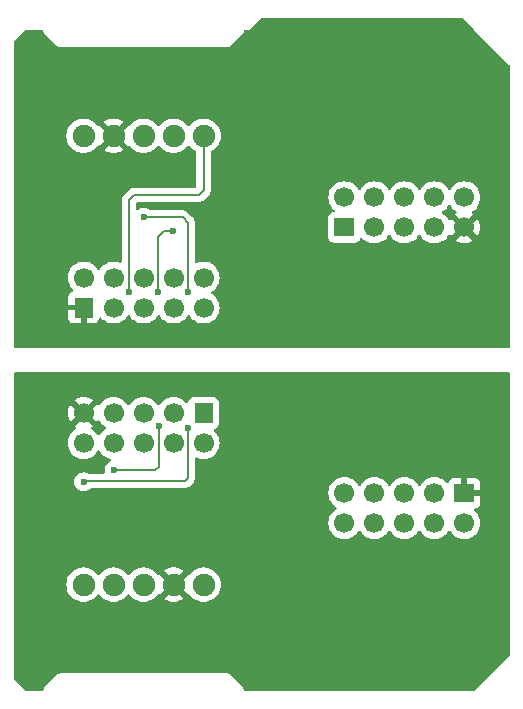
<source format=gbl>
G04 #@! TF.GenerationSoftware,KiCad,Pcbnew,8.0.7*
G04 #@! TF.CreationDate,2025-01-23T12:20:56+00:00*
G04 #@! TF.ProjectId,NB3_eye,4e42335f-6579-4652-9e6b-696361645f70,0.0.1*
G04 #@! TF.SameCoordinates,PX56c8cc0PY67f3540*
G04 #@! TF.FileFunction,Copper,L2,Bot*
G04 #@! TF.FilePolarity,Positive*
%FSLAX46Y46*%
G04 Gerber Fmt 4.6, Leading zero omitted, Abs format (unit mm)*
G04 Created by KiCad (PCBNEW 8.0.7) date 2025-01-23 12:20:56*
%MOMM*%
%LPD*%
G01*
G04 APERTURE LIST*
G04 #@! TA.AperFunction,ComponentPad*
%ADD10C,1.900000*%
G04 #@! TD*
G04 #@! TA.AperFunction,ComponentPad*
%ADD11R,1.574803X1.700000*%
G04 #@! TD*
G04 #@! TA.AperFunction,ComponentPad*
%ADD12C,1.700000*%
G04 #@! TD*
G04 #@! TA.AperFunction,ComponentPad*
%ADD13R,1.700000X1.574803*%
G04 #@! TD*
G04 #@! TA.AperFunction,ViaPad*
%ADD14C,0.600000*%
G04 #@! TD*
G04 #@! TA.AperFunction,Conductor*
%ADD15C,0.200000*%
G04 #@! TD*
G04 APERTURE END LIST*
D10*
X6919990Y-19000000D03*
X9459995Y-19000000D03*
X12000000Y-19000000D03*
X14540005Y-19000000D03*
X17080010Y-19000000D03*
X17080010Y19000000D03*
X14540005Y19000000D03*
X12000000Y19000000D03*
X9459995Y19000000D03*
X6919990Y19000000D03*
D11*
X6919990Y4459994D03*
D12*
X6919990Y7000000D03*
X9459995Y4459994D03*
X9459995Y7000000D03*
X12000000Y4459994D03*
X12000000Y7000000D03*
X14540005Y4459994D03*
X14540005Y7000000D03*
X17080010Y4459994D03*
X17080010Y7000000D03*
D13*
X29000000Y11250000D03*
D12*
X29000000Y13790006D03*
X31540005Y11250000D03*
X31540005Y13790006D03*
X34080010Y11250000D03*
X34080010Y13790006D03*
X36620015Y11250000D03*
X36620015Y13790006D03*
X39160020Y11250000D03*
X39160020Y13790006D03*
D11*
X17080010Y-4459994D03*
D12*
X17080010Y-7000000D03*
X14540005Y-4459994D03*
X14540005Y-7000000D03*
X12000000Y-4459994D03*
X12000000Y-7000000D03*
X9459995Y-4459994D03*
X9459995Y-7000000D03*
X6919990Y-4459994D03*
X6919990Y-7000000D03*
D13*
X39160020Y-11250000D03*
D12*
X39160020Y-13790006D03*
X36620015Y-11250000D03*
X36620015Y-13790006D03*
X34080010Y-11250000D03*
X34080010Y-13790006D03*
X31540005Y-11250000D03*
X31540005Y-13790006D03*
X29000000Y-11250000D03*
X29000000Y-13790006D03*
D14*
X13250000Y5750000D03*
X14500000Y10900000D03*
X15750000Y5750000D03*
X12000000Y12100000D03*
X10750000Y5750000D03*
X6919990Y-10300000D03*
X15750000Y-5750000D03*
X13300000Y-5600000D03*
X9500000Y-9300000D03*
D15*
X13250000Y5750000D02*
X13250000Y10450000D01*
X13700000Y10900000D02*
X14500000Y10900000D01*
X13250000Y10450000D02*
X13700000Y10900000D01*
X15750000Y11650000D02*
X15750000Y5750000D01*
X12000000Y12100000D02*
X15300000Y12100000D01*
X15300000Y12100000D02*
X15750000Y11650000D01*
X16700000Y14000000D02*
X17080010Y14380010D01*
X17080010Y14380010D02*
X17080010Y19000000D01*
X10750000Y13550000D02*
X11200000Y14000000D01*
X10750000Y5750000D02*
X10750000Y13550000D01*
X11200000Y14000000D02*
X16700000Y14000000D01*
X6919990Y-10300000D02*
X7019990Y-10200000D01*
X15550000Y-10200000D02*
X15750000Y-10000000D01*
X15750000Y-10000000D02*
X15750000Y-5750000D01*
X7019990Y-10200000D02*
X15550000Y-10200000D01*
X13300000Y-9000000D02*
X13300000Y-5600000D01*
X9500000Y-9300000D02*
X13000000Y-9300000D01*
X13000000Y-9300000D02*
X13300000Y-9000000D01*
G04 #@! TA.AperFunction,Conductor*
G36*
X8034915Y-5221365D02*
G01*
X8088113Y-5145394D01*
X8142690Y-5101770D01*
X8212189Y-5094578D01*
X8274543Y-5126101D01*
X8291262Y-5145396D01*
X8421495Y-5331389D01*
X8421500Y-5331395D01*
X8588594Y-5498489D01*
X8697747Y-5574919D01*
X8774157Y-5628422D01*
X8817782Y-5682999D01*
X8824975Y-5752497D01*
X8793453Y-5814852D01*
X8774157Y-5831572D01*
X8588592Y-5961505D01*
X8421500Y-6128597D01*
X8291567Y-6314162D01*
X8236990Y-6357787D01*
X8167492Y-6364980D01*
X8105137Y-6333458D01*
X8088417Y-6314162D01*
X7958484Y-6128597D01*
X7791392Y-5961506D01*
X7791385Y-5961501D01*
X7744026Y-5928340D01*
X7605391Y-5831266D01*
X7561766Y-5776689D01*
X7554573Y-5707191D01*
X7586095Y-5644836D01*
X7605390Y-5628117D01*
X7681361Y-5574919D01*
X7090234Y-4983792D01*
X7132287Y-4972524D01*
X7257706Y-4900114D01*
X7360110Y-4797710D01*
X7432520Y-4672291D01*
X7443788Y-4630238D01*
X8034915Y-5221365D01*
G37*
G04 #@! TD.AperFunction*
G04 #@! TA.AperFunction,Conductor*
G36*
X42943039Y-1019685D02*
G01*
X42988794Y-1072489D01*
X43000000Y-1124000D01*
X43000000Y-24948638D01*
X42980315Y-25015677D01*
X42963681Y-25036319D01*
X40036319Y-27963681D01*
X39974996Y-27997166D01*
X39948638Y-28000000D01*
X20613304Y-28000000D01*
X20546265Y-27980315D01*
X20500510Y-27927511D01*
X20493529Y-27908093D01*
X20466391Y-27806812D01*
X20457563Y-27791521D01*
X20400500Y-27692686D01*
X20307314Y-27599500D01*
X19307314Y-26599500D01*
X19250250Y-26566554D01*
X19193187Y-26533608D01*
X19129539Y-26516554D01*
X19065892Y-26499500D01*
X5065893Y-26499500D01*
X4934108Y-26499500D01*
X4806812Y-26533608D01*
X4692686Y-26599500D01*
X4692683Y-26599502D01*
X3599502Y-27692683D01*
X3599500Y-27692686D01*
X3533608Y-27806812D01*
X3506471Y-27908093D01*
X3470106Y-27967754D01*
X3407259Y-27998283D01*
X3386696Y-28000000D01*
X2051362Y-28000000D01*
X1984323Y-27980315D01*
X1963681Y-27963681D01*
X1036319Y-27036319D01*
X1002834Y-26974996D01*
X1000000Y-26948638D01*
X1000000Y-18999994D01*
X5464519Y-18999994D01*
X5464519Y-19000005D01*
X5484369Y-19239559D01*
X5543379Y-19472589D01*
X5639941Y-19692729D01*
X5753798Y-19866998D01*
X5771419Y-19893969D01*
X5934226Y-20070825D01*
X5934229Y-20070827D01*
X5934232Y-20070830D01*
X6123914Y-20218466D01*
X6123920Y-20218470D01*
X6123923Y-20218472D01*
X6335334Y-20332882D01*
X6335337Y-20332883D01*
X6562689Y-20410933D01*
X6562691Y-20410933D01*
X6562693Y-20410934D01*
X6799798Y-20450500D01*
X6799799Y-20450500D01*
X7040181Y-20450500D01*
X7040182Y-20450500D01*
X7277287Y-20410934D01*
X7504646Y-20332882D01*
X7716057Y-20218472D01*
X7716601Y-20218049D01*
X7779758Y-20168891D01*
X7905754Y-20070825D01*
X8068561Y-19893969D01*
X8086183Y-19866996D01*
X8139326Y-19821639D01*
X8208557Y-19812214D01*
X8271894Y-19841713D01*
X8293798Y-19866990D01*
X8311424Y-19893969D01*
X8474231Y-20070825D01*
X8474234Y-20070827D01*
X8474237Y-20070830D01*
X8663919Y-20218466D01*
X8663925Y-20218470D01*
X8663928Y-20218472D01*
X8875339Y-20332882D01*
X8875342Y-20332883D01*
X9102694Y-20410933D01*
X9102696Y-20410933D01*
X9102698Y-20410934D01*
X9339803Y-20450500D01*
X9339804Y-20450500D01*
X9580186Y-20450500D01*
X9580187Y-20450500D01*
X9817292Y-20410934D01*
X10044651Y-20332882D01*
X10256062Y-20218472D01*
X10256606Y-20218049D01*
X10319763Y-20168891D01*
X10445759Y-20070825D01*
X10608566Y-19893969D01*
X10626188Y-19866996D01*
X10679331Y-19821639D01*
X10748562Y-19812214D01*
X10811899Y-19841713D01*
X10833803Y-19866990D01*
X10851429Y-19893969D01*
X11014236Y-20070825D01*
X11014239Y-20070827D01*
X11014242Y-20070830D01*
X11203924Y-20218466D01*
X11203930Y-20218470D01*
X11203933Y-20218472D01*
X11415344Y-20332882D01*
X11415347Y-20332883D01*
X11642699Y-20410933D01*
X11642701Y-20410933D01*
X11642703Y-20410934D01*
X11879808Y-20450500D01*
X11879809Y-20450500D01*
X12120191Y-20450500D01*
X12120192Y-20450500D01*
X12357297Y-20410934D01*
X12584656Y-20332882D01*
X12796067Y-20218472D01*
X12796611Y-20218049D01*
X12859768Y-20168891D01*
X12985764Y-20070825D01*
X13148571Y-19893969D01*
X13166491Y-19866539D01*
X13219636Y-19821182D01*
X13288867Y-19811757D01*
X13331349Y-19831543D01*
X13352693Y-19833757D01*
X14016206Y-19170244D01*
X14027475Y-19212297D01*
X14099885Y-19337716D01*
X14202289Y-19440120D01*
X14327708Y-19512530D01*
X14369759Y-19523797D01*
X13705577Y-20187979D01*
X13744213Y-20218051D01*
X13955549Y-20332421D01*
X13955555Y-20332423D01*
X14182828Y-20410446D01*
X14419856Y-20450000D01*
X14660154Y-20450000D01*
X14897181Y-20410446D01*
X15124454Y-20332423D01*
X15124460Y-20332421D01*
X15335799Y-20218049D01*
X15335800Y-20218048D01*
X15374431Y-20187980D01*
X15374432Y-20187979D01*
X14710250Y-19523797D01*
X14752302Y-19512530D01*
X14877721Y-19440120D01*
X14980125Y-19337716D01*
X15052535Y-19212297D01*
X15063802Y-19170244D01*
X15727315Y-19833757D01*
X15746657Y-19831751D01*
X15759041Y-19821182D01*
X15828272Y-19811755D01*
X15891609Y-19841254D01*
X15913516Y-19866536D01*
X15931439Y-19893969D01*
X16094246Y-20070825D01*
X16094249Y-20070827D01*
X16094252Y-20070830D01*
X16283934Y-20218466D01*
X16283940Y-20218470D01*
X16283943Y-20218472D01*
X16495354Y-20332882D01*
X16495357Y-20332883D01*
X16722709Y-20410933D01*
X16722711Y-20410933D01*
X16722713Y-20410934D01*
X16959818Y-20450500D01*
X16959819Y-20450500D01*
X17200201Y-20450500D01*
X17200202Y-20450500D01*
X17437307Y-20410934D01*
X17664666Y-20332882D01*
X17876077Y-20218472D01*
X17876621Y-20218049D01*
X17939778Y-20168891D01*
X18065774Y-20070825D01*
X18228581Y-19893969D01*
X18360059Y-19692728D01*
X18456620Y-19472591D01*
X18515630Y-19239563D01*
X18535481Y-19000000D01*
X18515630Y-18760437D01*
X18456620Y-18527409D01*
X18360059Y-18307272D01*
X18228581Y-18106031D01*
X18065774Y-17929175D01*
X18065769Y-17929171D01*
X18065767Y-17929169D01*
X17876085Y-17781533D01*
X17876079Y-17781529D01*
X17664667Y-17667118D01*
X17664662Y-17667116D01*
X17437310Y-17589066D01*
X17259478Y-17559391D01*
X17200202Y-17549500D01*
X16959818Y-17549500D01*
X16912397Y-17557413D01*
X16722709Y-17589066D01*
X16495357Y-17667116D01*
X16495352Y-17667118D01*
X16283940Y-17781529D01*
X16283934Y-17781533D01*
X16094252Y-17929169D01*
X16094249Y-17929172D01*
X15931440Y-18106029D01*
X15931436Y-18106035D01*
X15913514Y-18133465D01*
X15860366Y-18178820D01*
X15791134Y-18188241D01*
X15748661Y-18168455D01*
X15727315Y-18166241D01*
X15063802Y-18829754D01*
X15052535Y-18787703D01*
X14980125Y-18662284D01*
X14877721Y-18559880D01*
X14752302Y-18487470D01*
X14710248Y-18476201D01*
X15374431Y-17812019D01*
X15374431Y-17812017D01*
X15335806Y-17781954D01*
X15335800Y-17781950D01*
X15124460Y-17667578D01*
X15124454Y-17667576D01*
X14897181Y-17589553D01*
X14660154Y-17550000D01*
X14419856Y-17550000D01*
X14182828Y-17589553D01*
X13955555Y-17667576D01*
X13955549Y-17667578D01*
X13744214Y-17781948D01*
X13705576Y-17812019D01*
X14369759Y-18476202D01*
X14327708Y-18487470D01*
X14202289Y-18559880D01*
X14099885Y-18662284D01*
X14027475Y-18787703D01*
X14016207Y-18829755D01*
X13352693Y-18166241D01*
X13333344Y-18168248D01*
X13320956Y-18178820D01*
X13251724Y-18188240D01*
X13188390Y-18158735D01*
X13166492Y-18133461D01*
X13166194Y-18133005D01*
X13148571Y-18106031D01*
X12985764Y-17929175D01*
X12985759Y-17929171D01*
X12985757Y-17929169D01*
X12796075Y-17781533D01*
X12796069Y-17781529D01*
X12584657Y-17667118D01*
X12584652Y-17667116D01*
X12357300Y-17589066D01*
X12179468Y-17559391D01*
X12120192Y-17549500D01*
X11879808Y-17549500D01*
X11832387Y-17557413D01*
X11642699Y-17589066D01*
X11415347Y-17667116D01*
X11415342Y-17667118D01*
X11203930Y-17781529D01*
X11203924Y-17781533D01*
X11014242Y-17929169D01*
X11014239Y-17929172D01*
X10851428Y-18106031D01*
X10833805Y-18133006D01*
X10780658Y-18178362D01*
X10711426Y-18187785D01*
X10648091Y-18158282D01*
X10626189Y-18133005D01*
X10608566Y-18106031D01*
X10445759Y-17929175D01*
X10445754Y-17929171D01*
X10445752Y-17929169D01*
X10256070Y-17781533D01*
X10256064Y-17781529D01*
X10044652Y-17667118D01*
X10044647Y-17667116D01*
X9817295Y-17589066D01*
X9639463Y-17559391D01*
X9580187Y-17549500D01*
X9339803Y-17549500D01*
X9292382Y-17557413D01*
X9102694Y-17589066D01*
X8875342Y-17667116D01*
X8875337Y-17667118D01*
X8663925Y-17781529D01*
X8663919Y-17781533D01*
X8474237Y-17929169D01*
X8474234Y-17929172D01*
X8311423Y-18106031D01*
X8293800Y-18133006D01*
X8240653Y-18178362D01*
X8171421Y-18187785D01*
X8108086Y-18158282D01*
X8086184Y-18133005D01*
X8068561Y-18106031D01*
X7905754Y-17929175D01*
X7905749Y-17929171D01*
X7905747Y-17929169D01*
X7716065Y-17781533D01*
X7716059Y-17781529D01*
X7504647Y-17667118D01*
X7504642Y-17667116D01*
X7277290Y-17589066D01*
X7099458Y-17559391D01*
X7040182Y-17549500D01*
X6799798Y-17549500D01*
X6752377Y-17557413D01*
X6562689Y-17589066D01*
X6335337Y-17667116D01*
X6335332Y-17667118D01*
X6123920Y-17781529D01*
X6123914Y-17781533D01*
X5934232Y-17929169D01*
X5934229Y-17929172D01*
X5771420Y-18106029D01*
X5771417Y-18106033D01*
X5639941Y-18307270D01*
X5543379Y-18527410D01*
X5484369Y-18760440D01*
X5464519Y-18999994D01*
X1000000Y-18999994D01*
X1000000Y-11249999D01*
X27644341Y-11249999D01*
X27644341Y-11250000D01*
X27664936Y-11485403D01*
X27664938Y-11485413D01*
X27726094Y-11713655D01*
X27726096Y-11713659D01*
X27726097Y-11713663D01*
X27820701Y-11916542D01*
X27825965Y-11927830D01*
X27825967Y-11927834D01*
X27831572Y-11935838D01*
X27961505Y-12121401D01*
X28128599Y-12288495D01*
X28249622Y-12373236D01*
X28314162Y-12418428D01*
X28357787Y-12473005D01*
X28364980Y-12542503D01*
X28333458Y-12604858D01*
X28314162Y-12621578D01*
X28128597Y-12751511D01*
X27961505Y-12918603D01*
X27825965Y-13112175D01*
X27825964Y-13112177D01*
X27726098Y-13326341D01*
X27726094Y-13326350D01*
X27664938Y-13554592D01*
X27664936Y-13554602D01*
X27644341Y-13790005D01*
X27644341Y-13790006D01*
X27664936Y-14025409D01*
X27664938Y-14025419D01*
X27726094Y-14253661D01*
X27726096Y-14253665D01*
X27726097Y-14253669D01*
X27820701Y-14456548D01*
X27825965Y-14467836D01*
X27825967Y-14467840D01*
X27831572Y-14475844D01*
X27961505Y-14661407D01*
X28128599Y-14828501D01*
X28225384Y-14896271D01*
X28322165Y-14964038D01*
X28322167Y-14964039D01*
X28322170Y-14964041D01*
X28536337Y-15063909D01*
X28764592Y-15125069D01*
X28952918Y-15141545D01*
X28999999Y-15145665D01*
X29000000Y-15145665D01*
X29000001Y-15145665D01*
X29039234Y-15142232D01*
X29235408Y-15125069D01*
X29463663Y-15063909D01*
X29677830Y-14964041D01*
X29871401Y-14828501D01*
X30038495Y-14661407D01*
X30168428Y-14475842D01*
X30223004Y-14432219D01*
X30292502Y-14425025D01*
X30354857Y-14456548D01*
X30371577Y-14475844D01*
X30501510Y-14661407D01*
X30668604Y-14828501D01*
X30765389Y-14896271D01*
X30862170Y-14964038D01*
X30862172Y-14964039D01*
X30862175Y-14964041D01*
X31076342Y-15063909D01*
X31304597Y-15125069D01*
X31492923Y-15141545D01*
X31540004Y-15145665D01*
X31540005Y-15145665D01*
X31540006Y-15145665D01*
X31579239Y-15142232D01*
X31775413Y-15125069D01*
X32003668Y-15063909D01*
X32217835Y-14964041D01*
X32411406Y-14828501D01*
X32578500Y-14661407D01*
X32708433Y-14475842D01*
X32763009Y-14432219D01*
X32832507Y-14425025D01*
X32894862Y-14456548D01*
X32911582Y-14475844D01*
X33041515Y-14661407D01*
X33208609Y-14828501D01*
X33305394Y-14896271D01*
X33402175Y-14964038D01*
X33402177Y-14964039D01*
X33402180Y-14964041D01*
X33616347Y-15063909D01*
X33844602Y-15125069D01*
X34032928Y-15141545D01*
X34080009Y-15145665D01*
X34080010Y-15145665D01*
X34080011Y-15145665D01*
X34119244Y-15142232D01*
X34315418Y-15125069D01*
X34543673Y-15063909D01*
X34757840Y-14964041D01*
X34951411Y-14828501D01*
X35118505Y-14661407D01*
X35248438Y-14475842D01*
X35303014Y-14432219D01*
X35372512Y-14425025D01*
X35434867Y-14456548D01*
X35451587Y-14475844D01*
X35581520Y-14661407D01*
X35748614Y-14828501D01*
X35845399Y-14896271D01*
X35942180Y-14964038D01*
X35942182Y-14964039D01*
X35942185Y-14964041D01*
X36156352Y-15063909D01*
X36384607Y-15125069D01*
X36572933Y-15141545D01*
X36620014Y-15145665D01*
X36620015Y-15145665D01*
X36620016Y-15145665D01*
X36659249Y-15142232D01*
X36855423Y-15125069D01*
X37083678Y-15063909D01*
X37297845Y-14964041D01*
X37491416Y-14828501D01*
X37658510Y-14661407D01*
X37788443Y-14475842D01*
X37843019Y-14432219D01*
X37912517Y-14425025D01*
X37974872Y-14456548D01*
X37991592Y-14475844D01*
X38121525Y-14661407D01*
X38288619Y-14828501D01*
X38385404Y-14896271D01*
X38482185Y-14964038D01*
X38482187Y-14964039D01*
X38482190Y-14964041D01*
X38696357Y-15063909D01*
X38924612Y-15125069D01*
X39112938Y-15141545D01*
X39160019Y-15145665D01*
X39160020Y-15145665D01*
X39160021Y-15145665D01*
X39199254Y-15142232D01*
X39395428Y-15125069D01*
X39623683Y-15063909D01*
X39837850Y-14964041D01*
X40031421Y-14828501D01*
X40198515Y-14661407D01*
X40334055Y-14467836D01*
X40433923Y-14253669D01*
X40495083Y-14025414D01*
X40515679Y-13790006D01*
X40495083Y-13554598D01*
X40433923Y-13326343D01*
X40334055Y-13112177D01*
X40198515Y-12918605D01*
X40198514Y-12918603D01*
X40031417Y-12751507D01*
X40031268Y-12751382D01*
X40031220Y-12751310D01*
X40027593Y-12747683D01*
X40028322Y-12746953D01*
X39992573Y-12693206D01*
X39991474Y-12623345D01*
X40028319Y-12563980D01*
X40091410Y-12533958D01*
X40097732Y-12533113D01*
X40117400Y-12530998D01*
X40252106Y-12480756D01*
X40252113Y-12480752D01*
X40367207Y-12394592D01*
X40367210Y-12394589D01*
X40453370Y-12279495D01*
X40453374Y-12279488D01*
X40503616Y-12144781D01*
X40503618Y-12144774D01*
X40510019Y-12085246D01*
X40510020Y-12085229D01*
X40510020Y-11500000D01*
X39650782Y-11500000D01*
X39672550Y-11462297D01*
X39710033Y-11322411D01*
X39710033Y-11177589D01*
X39672550Y-11037703D01*
X39650782Y-11000000D01*
X40510020Y-11000000D01*
X40510020Y-10414770D01*
X40510019Y-10414753D01*
X40503618Y-10355225D01*
X40503616Y-10355218D01*
X40453374Y-10220511D01*
X40453370Y-10220504D01*
X40367210Y-10105410D01*
X40367207Y-10105407D01*
X40252113Y-10019247D01*
X40252106Y-10019243D01*
X40117399Y-9969001D01*
X40117392Y-9968999D01*
X40057864Y-9962598D01*
X39410020Y-9962598D01*
X39410020Y-10759237D01*
X39372317Y-10737470D01*
X39232431Y-10699987D01*
X39087609Y-10699987D01*
X38947723Y-10737470D01*
X38910020Y-10759237D01*
X38910020Y-9962598D01*
X38262175Y-9962598D01*
X38202647Y-9968999D01*
X38202640Y-9969001D01*
X38067933Y-10019243D01*
X38067926Y-10019247D01*
X37952832Y-10105407D01*
X37952829Y-10105410D01*
X37866669Y-10220504D01*
X37866663Y-10220515D01*
X37834600Y-10306479D01*
X37792729Y-10362413D01*
X37727264Y-10386829D01*
X37658991Y-10371977D01*
X37630738Y-10350827D01*
X37579907Y-10299996D01*
X37491416Y-10211505D01*
X37491412Y-10211502D01*
X37491411Y-10211501D01*
X37297849Y-10075967D01*
X37297845Y-10075965D01*
X37176213Y-10019247D01*
X37083678Y-9976097D01*
X37083674Y-9976096D01*
X37083670Y-9976094D01*
X36855428Y-9914938D01*
X36855418Y-9914936D01*
X36620016Y-9894341D01*
X36620014Y-9894341D01*
X36384611Y-9914936D01*
X36384601Y-9914938D01*
X36156359Y-9976094D01*
X36156350Y-9976098D01*
X35942186Y-10075964D01*
X35942184Y-10075965D01*
X35748612Y-10211505D01*
X35581520Y-10378597D01*
X35451587Y-10564162D01*
X35397010Y-10607787D01*
X35327512Y-10614980D01*
X35265157Y-10583458D01*
X35248437Y-10564162D01*
X35118504Y-10378597D01*
X34951412Y-10211506D01*
X34951405Y-10211501D01*
X34757844Y-10075967D01*
X34757840Y-10075965D01*
X34636208Y-10019247D01*
X34543673Y-9976097D01*
X34543669Y-9976096D01*
X34543665Y-9976094D01*
X34315423Y-9914938D01*
X34315413Y-9914936D01*
X34080011Y-9894341D01*
X34080009Y-9894341D01*
X33844606Y-9914936D01*
X33844596Y-9914938D01*
X33616354Y-9976094D01*
X33616345Y-9976098D01*
X33402181Y-10075964D01*
X33402179Y-10075965D01*
X33208607Y-10211505D01*
X33041515Y-10378597D01*
X32911582Y-10564162D01*
X32857005Y-10607787D01*
X32787507Y-10614980D01*
X32725152Y-10583458D01*
X32708432Y-10564162D01*
X32578499Y-10378597D01*
X32411407Y-10211506D01*
X32411400Y-10211501D01*
X32217839Y-10075967D01*
X32217835Y-10075965D01*
X32096203Y-10019247D01*
X32003668Y-9976097D01*
X32003664Y-9976096D01*
X32003660Y-9976094D01*
X31775418Y-9914938D01*
X31775408Y-9914936D01*
X31540006Y-9894341D01*
X31540004Y-9894341D01*
X31304601Y-9914936D01*
X31304591Y-9914938D01*
X31076349Y-9976094D01*
X31076340Y-9976098D01*
X30862176Y-10075964D01*
X30862174Y-10075965D01*
X30668602Y-10211505D01*
X30501510Y-10378597D01*
X30371577Y-10564162D01*
X30317000Y-10607787D01*
X30247502Y-10614980D01*
X30185147Y-10583458D01*
X30168427Y-10564162D01*
X30038494Y-10378597D01*
X29871402Y-10211506D01*
X29871395Y-10211501D01*
X29677834Y-10075967D01*
X29677830Y-10075965D01*
X29556198Y-10019247D01*
X29463663Y-9976097D01*
X29463659Y-9976096D01*
X29463655Y-9976094D01*
X29235413Y-9914938D01*
X29235403Y-9914936D01*
X29000001Y-9894341D01*
X28999999Y-9894341D01*
X28764596Y-9914936D01*
X28764586Y-9914938D01*
X28536344Y-9976094D01*
X28536335Y-9976098D01*
X28322171Y-10075964D01*
X28322169Y-10075965D01*
X28128597Y-10211505D01*
X27961505Y-10378597D01*
X27825965Y-10572169D01*
X27825964Y-10572171D01*
X27726098Y-10786335D01*
X27726094Y-10786344D01*
X27664938Y-11014586D01*
X27664936Y-11014596D01*
X27644341Y-11249999D01*
X1000000Y-11249999D01*
X1000000Y-6999999D01*
X5564331Y-6999999D01*
X5564331Y-7000000D01*
X5584926Y-7235403D01*
X5584928Y-7235413D01*
X5646084Y-7463655D01*
X5646086Y-7463659D01*
X5646087Y-7463663D01*
X5740691Y-7666542D01*
X5745955Y-7677830D01*
X5745957Y-7677834D01*
X5751562Y-7685838D01*
X5881495Y-7871401D01*
X6048589Y-8038495D01*
X6145374Y-8106265D01*
X6242155Y-8174032D01*
X6242157Y-8174033D01*
X6242160Y-8174035D01*
X6456327Y-8273903D01*
X6456333Y-8273904D01*
X6456334Y-8273905D01*
X6469893Y-8277538D01*
X6684582Y-8335063D01*
X6872908Y-8351539D01*
X6919989Y-8355659D01*
X6919990Y-8355659D01*
X6919991Y-8355659D01*
X6959224Y-8352226D01*
X7155398Y-8335063D01*
X7383653Y-8273903D01*
X7597820Y-8174035D01*
X7791391Y-8038495D01*
X7958485Y-7871401D01*
X8088418Y-7685836D01*
X8142994Y-7642213D01*
X8212492Y-7635019D01*
X8274847Y-7666542D01*
X8291567Y-7685838D01*
X8421500Y-7871401D01*
X8588594Y-8038495D01*
X8685379Y-8106265D01*
X8782160Y-8174032D01*
X8782162Y-8174033D01*
X8782165Y-8174035D01*
X8996332Y-8273903D01*
X8996338Y-8273904D01*
X8996339Y-8273905D01*
X9009898Y-8277538D01*
X9181370Y-8323483D01*
X9241030Y-8359848D01*
X9271560Y-8422694D01*
X9263266Y-8492070D01*
X9218781Y-8545948D01*
X9190233Y-8560299D01*
X9150479Y-8574209D01*
X8997737Y-8670184D01*
X8870184Y-8797737D01*
X8774211Y-8950476D01*
X8714631Y-9120745D01*
X8714630Y-9120750D01*
X8694435Y-9299996D01*
X8694435Y-9300003D01*
X8712644Y-9461617D01*
X8700589Y-9530439D01*
X8653240Y-9581818D01*
X8589424Y-9599500D01*
X7345484Y-9599500D01*
X7279513Y-9580494D01*
X7269515Y-9574212D01*
X7099244Y-9514631D01*
X7099239Y-9514630D01*
X6919994Y-9494435D01*
X6919986Y-9494435D01*
X6740740Y-9514630D01*
X6740735Y-9514631D01*
X6570466Y-9574211D01*
X6417727Y-9670184D01*
X6290174Y-9797737D01*
X6194201Y-9950476D01*
X6134621Y-10120745D01*
X6134620Y-10120750D01*
X6114425Y-10299996D01*
X6114425Y-10300003D01*
X6134620Y-10479249D01*
X6134621Y-10479254D01*
X6194201Y-10649523D01*
X6280166Y-10786335D01*
X6290174Y-10802262D01*
X6417728Y-10929816D01*
X6508070Y-10986582D01*
X6552638Y-11014586D01*
X6570468Y-11025789D01*
X6740735Y-11085368D01*
X6740740Y-11085369D01*
X6919986Y-11105565D01*
X6919990Y-11105565D01*
X6919994Y-11105565D01*
X7099239Y-11085369D01*
X7099242Y-11085368D01*
X7099245Y-11085368D01*
X7269512Y-11025789D01*
X7422252Y-10929816D01*
X7515250Y-10836818D01*
X7576574Y-10803334D01*
X7602931Y-10800500D01*
X15463331Y-10800500D01*
X15463347Y-10800501D01*
X15470943Y-10800501D01*
X15629054Y-10800501D01*
X15629057Y-10800501D01*
X15781785Y-10759577D01*
X15831904Y-10730639D01*
X15918716Y-10680520D01*
X16030520Y-10568716D01*
X16030520Y-10568714D01*
X16230520Y-10368716D01*
X16309577Y-10231784D01*
X16350501Y-10079057D01*
X16350501Y-9920942D01*
X16350501Y-9913347D01*
X16350500Y-9913329D01*
X16350500Y-8344577D01*
X16370185Y-8277538D01*
X16422989Y-8231783D01*
X16492147Y-8221839D01*
X16526902Y-8232194D01*
X16616347Y-8273903D01*
X16616352Y-8273904D01*
X16616354Y-8273905D01*
X16629913Y-8277538D01*
X16844602Y-8335063D01*
X17032928Y-8351539D01*
X17080009Y-8355659D01*
X17080010Y-8355659D01*
X17080011Y-8355659D01*
X17119244Y-8352226D01*
X17315418Y-8335063D01*
X17543673Y-8273903D01*
X17757840Y-8174035D01*
X17951411Y-8038495D01*
X18118505Y-7871401D01*
X18254045Y-7677830D01*
X18353913Y-7463663D01*
X18415073Y-7235408D01*
X18435669Y-7000000D01*
X18415073Y-6764592D01*
X18353913Y-6536337D01*
X18254045Y-6322171D01*
X18118505Y-6128599D01*
X18118504Y-6128597D01*
X17979570Y-5989663D01*
X17946085Y-5928340D01*
X17951069Y-5858648D01*
X17992941Y-5802715D01*
X18023917Y-5785800D01*
X18109743Y-5753790D01*
X18224958Y-5667540D01*
X18311208Y-5552325D01*
X18361503Y-5417477D01*
X18367912Y-5357867D01*
X18367911Y-3562122D01*
X18361503Y-3502511D01*
X18311208Y-3367663D01*
X18311207Y-3367662D01*
X18311205Y-3367658D01*
X18224959Y-3252449D01*
X18224956Y-3252446D01*
X18109747Y-3166200D01*
X18109740Y-3166196D01*
X17974894Y-3115902D01*
X17974895Y-3115902D01*
X17915295Y-3109495D01*
X17915293Y-3109494D01*
X17915285Y-3109494D01*
X17915276Y-3109494D01*
X16244737Y-3109494D01*
X16244731Y-3109495D01*
X16185124Y-3115902D01*
X16050279Y-3166196D01*
X16050272Y-3166200D01*
X15935063Y-3252446D01*
X15935060Y-3252449D01*
X15848814Y-3367658D01*
X15848810Y-3367665D01*
X15798516Y-3502510D01*
X15796448Y-3521751D01*
X15769709Y-3586301D01*
X15712316Y-3626148D01*
X15642490Y-3628641D01*
X15582402Y-3592987D01*
X15578647Y-3588739D01*
X15411407Y-3421500D01*
X15411400Y-3421495D01*
X15217839Y-3285961D01*
X15217835Y-3285959D01*
X15217833Y-3285958D01*
X15003668Y-3186091D01*
X15003664Y-3186090D01*
X15003660Y-3186088D01*
X14775418Y-3124932D01*
X14775408Y-3124930D01*
X14540006Y-3104335D01*
X14540004Y-3104335D01*
X14304601Y-3124930D01*
X14304591Y-3124932D01*
X14076349Y-3186088D01*
X14076340Y-3186092D01*
X13862176Y-3285958D01*
X13862174Y-3285959D01*
X13668602Y-3421499D01*
X13501510Y-3588591D01*
X13371577Y-3774156D01*
X13317000Y-3817781D01*
X13247502Y-3824974D01*
X13185147Y-3793452D01*
X13168427Y-3774156D01*
X13038494Y-3588591D01*
X12871402Y-3421500D01*
X12871395Y-3421495D01*
X12677834Y-3285961D01*
X12677830Y-3285959D01*
X12677828Y-3285958D01*
X12463663Y-3186091D01*
X12463659Y-3186090D01*
X12463655Y-3186088D01*
X12235413Y-3124932D01*
X12235403Y-3124930D01*
X12000001Y-3104335D01*
X11999999Y-3104335D01*
X11764596Y-3124930D01*
X11764586Y-3124932D01*
X11536344Y-3186088D01*
X11536335Y-3186092D01*
X11322171Y-3285958D01*
X11322169Y-3285959D01*
X11128597Y-3421499D01*
X10961505Y-3588591D01*
X10831572Y-3774156D01*
X10776995Y-3817781D01*
X10707497Y-3824974D01*
X10645142Y-3793452D01*
X10628422Y-3774156D01*
X10498489Y-3588591D01*
X10331397Y-3421500D01*
X10331390Y-3421495D01*
X10137829Y-3285961D01*
X10137825Y-3285959D01*
X10137823Y-3285958D01*
X9923658Y-3186091D01*
X9923654Y-3186090D01*
X9923650Y-3186088D01*
X9695408Y-3124932D01*
X9695398Y-3124930D01*
X9459996Y-3104335D01*
X9459994Y-3104335D01*
X9224591Y-3124930D01*
X9224581Y-3124932D01*
X8996339Y-3186088D01*
X8996330Y-3186092D01*
X8782166Y-3285958D01*
X8782164Y-3285959D01*
X8588592Y-3421499D01*
X8421500Y-3588591D01*
X8291262Y-3774592D01*
X8236685Y-3818217D01*
X8167187Y-3825411D01*
X8104832Y-3793888D01*
X8088112Y-3774593D01*
X8034915Y-3698620D01*
X7443787Y-4289748D01*
X7432520Y-4247697D01*
X7360110Y-4122278D01*
X7257706Y-4019874D01*
X7132287Y-3947464D01*
X7090234Y-3936195D01*
X7681362Y-3345067D01*
X7597566Y-3286392D01*
X7383482Y-3186564D01*
X7383473Y-3186560D01*
X7155316Y-3125426D01*
X7155305Y-3125424D01*
X6919992Y-3104837D01*
X6919988Y-3104837D01*
X6684674Y-3125424D01*
X6684663Y-3125426D01*
X6456506Y-3186560D01*
X6456497Y-3186564D01*
X6242413Y-3286393D01*
X6242411Y-3286394D01*
X6158617Y-3345067D01*
X6158616Y-3345067D01*
X6749745Y-3936195D01*
X6707693Y-3947464D01*
X6582274Y-4019874D01*
X6479870Y-4122278D01*
X6407460Y-4247697D01*
X6396192Y-4289749D01*
X5805063Y-3698620D01*
X5805063Y-3698621D01*
X5746390Y-3782415D01*
X5746389Y-3782417D01*
X5646560Y-3996501D01*
X5646556Y-3996510D01*
X5585422Y-4224667D01*
X5585420Y-4224678D01*
X5564833Y-4459992D01*
X5564833Y-4459995D01*
X5585420Y-4695309D01*
X5585422Y-4695320D01*
X5646556Y-4923477D01*
X5646560Y-4923486D01*
X5746388Y-5137570D01*
X5805063Y-5221366D01*
X6396191Y-4630238D01*
X6407460Y-4672291D01*
X6479870Y-4797710D01*
X6582274Y-4900114D01*
X6707693Y-4972524D01*
X6749745Y-4983792D01*
X6158617Y-5574919D01*
X6234589Y-5628116D01*
X6278214Y-5682693D01*
X6285406Y-5752192D01*
X6253884Y-5814546D01*
X6234589Y-5831266D01*
X6048584Y-5961508D01*
X5881495Y-6128597D01*
X5745955Y-6322169D01*
X5745954Y-6322171D01*
X5646088Y-6536335D01*
X5646084Y-6536344D01*
X5584928Y-6764586D01*
X5584926Y-6764596D01*
X5564331Y-6999999D01*
X1000000Y-6999999D01*
X1000000Y-1124000D01*
X1019685Y-1056961D01*
X1072489Y-1011206D01*
X1124000Y-1000000D01*
X42876000Y-1000000D01*
X42943039Y-1019685D01*
G37*
G04 #@! TD.AperFunction*
G04 #@! TA.AperFunction,Conductor*
G36*
X37974872Y13123464D02*
G01*
X37991592Y13104168D01*
X38121525Y12918605D01*
X38288619Y12751511D01*
X38419914Y12659577D01*
X38474619Y12621272D01*
X38518244Y12566695D01*
X38525436Y12497196D01*
X38493914Y12434842D01*
X38474618Y12418122D01*
X38398647Y12364928D01*
X38398646Y12364927D01*
X38989775Y11773799D01*
X38947723Y11762530D01*
X38822304Y11690120D01*
X38719900Y11587716D01*
X38647490Y11462297D01*
X38636222Y11420245D01*
X38045093Y12011374D01*
X38045092Y12011373D01*
X37991898Y11935402D01*
X37937321Y11891777D01*
X37867823Y11884583D01*
X37805468Y11916106D01*
X37788748Y11935402D01*
X37658509Y12121403D01*
X37491417Y12288494D01*
X37491410Y12288499D01*
X37305853Y12418428D01*
X37262228Y12473005D01*
X37255035Y12542503D01*
X37286557Y12604858D01*
X37305853Y12621578D01*
X37360121Y12659577D01*
X37491416Y12751511D01*
X37658510Y12918605D01*
X37788443Y13104170D01*
X37843019Y13147793D01*
X37912517Y13154987D01*
X37974872Y13123464D01*
G37*
G04 #@! TD.AperFunction*
G04 #@! TA.AperFunction,Conductor*
G36*
X3453735Y27980315D02*
G01*
X3499490Y27927511D01*
X3506471Y27908093D01*
X3533608Y27806813D01*
X3566554Y27749750D01*
X3599500Y27692686D01*
X4599500Y26692686D01*
X4692686Y26599500D01*
X4806814Y26533608D01*
X4934108Y26499500D01*
X4934110Y26499500D01*
X19065890Y26499500D01*
X19065892Y26499500D01*
X19193186Y26533608D01*
X19307314Y26599500D01*
X20400500Y27692686D01*
X20466392Y27806814D01*
X20493529Y27908095D01*
X20529894Y27967754D01*
X20592741Y27998283D01*
X20613304Y28000000D01*
X21000000Y28000000D01*
X40000000Y28000000D01*
X42963681Y25036319D01*
X42997166Y24974996D01*
X43000000Y24948638D01*
X43000000Y1124000D01*
X42980315Y1056961D01*
X42927511Y1011206D01*
X42876000Y1000000D01*
X1124000Y1000000D01*
X1056961Y1019685D01*
X1011206Y1072489D01*
X1000000Y1124000D01*
X1000000Y19000006D01*
X5464519Y19000006D01*
X5464519Y18999995D01*
X5484369Y18760441D01*
X5543379Y18527411D01*
X5639941Y18307271D01*
X5753798Y18133002D01*
X5771419Y18106031D01*
X5934226Y17929175D01*
X5934229Y17929173D01*
X5934232Y17929170D01*
X6123914Y17781534D01*
X6123920Y17781530D01*
X6123923Y17781528D01*
X6254506Y17710860D01*
X6332144Y17668844D01*
X6335334Y17667118D01*
X6335337Y17667117D01*
X6562689Y17589067D01*
X6562691Y17589067D01*
X6562693Y17589066D01*
X6799798Y17549500D01*
X6799799Y17549500D01*
X7040181Y17549500D01*
X7040182Y17549500D01*
X7277287Y17589066D01*
X7504646Y17667118D01*
X7716057Y17781528D01*
X7716601Y17781951D01*
X7779758Y17831109D01*
X7905754Y17929175D01*
X8068561Y18106031D01*
X8086481Y18133461D01*
X8139626Y18178818D01*
X8208857Y18188243D01*
X8251339Y18168457D01*
X8272683Y18166243D01*
X8936196Y18829756D01*
X8947465Y18787703D01*
X9019875Y18662284D01*
X9122279Y18559880D01*
X9247698Y18487470D01*
X9289749Y18476203D01*
X8625567Y17812021D01*
X8664203Y17781949D01*
X8875539Y17667579D01*
X8875545Y17667577D01*
X9102818Y17589554D01*
X9339846Y17550000D01*
X9580144Y17550000D01*
X9817171Y17589554D01*
X10044444Y17667577D01*
X10044450Y17667579D01*
X10255789Y17781951D01*
X10255790Y17781952D01*
X10294421Y17812020D01*
X10294422Y17812021D01*
X9630240Y18476203D01*
X9672292Y18487470D01*
X9797711Y18559880D01*
X9900115Y18662284D01*
X9972525Y18787703D01*
X9983792Y18829756D01*
X10647305Y18166243D01*
X10666647Y18168249D01*
X10679031Y18178818D01*
X10748262Y18188245D01*
X10811599Y18158746D01*
X10833506Y18133464D01*
X10851429Y18106031D01*
X11014236Y17929175D01*
X11014239Y17929173D01*
X11014242Y17929170D01*
X11203924Y17781534D01*
X11203930Y17781530D01*
X11203933Y17781528D01*
X11334516Y17710860D01*
X11412154Y17668844D01*
X11415344Y17667118D01*
X11415347Y17667117D01*
X11642699Y17589067D01*
X11642701Y17589067D01*
X11642703Y17589066D01*
X11879808Y17549500D01*
X11879809Y17549500D01*
X12120191Y17549500D01*
X12120192Y17549500D01*
X12357297Y17589066D01*
X12584656Y17667118D01*
X12796067Y17781528D01*
X12796611Y17781951D01*
X12859768Y17831109D01*
X12985764Y17929175D01*
X13148571Y18106031D01*
X13166193Y18133004D01*
X13219336Y18178361D01*
X13288567Y18187786D01*
X13351904Y18158287D01*
X13373808Y18133010D01*
X13391434Y18106031D01*
X13554241Y17929175D01*
X13554244Y17929173D01*
X13554247Y17929170D01*
X13743929Y17781534D01*
X13743935Y17781530D01*
X13743938Y17781528D01*
X13874521Y17710860D01*
X13952159Y17668844D01*
X13955349Y17667118D01*
X13955352Y17667117D01*
X14182704Y17589067D01*
X14182706Y17589067D01*
X14182708Y17589066D01*
X14419813Y17549500D01*
X14419814Y17549500D01*
X14660196Y17549500D01*
X14660197Y17549500D01*
X14897302Y17589066D01*
X15124661Y17667118D01*
X15336072Y17781528D01*
X15336616Y17781951D01*
X15399773Y17831109D01*
X15525769Y17929175D01*
X15688576Y18106031D01*
X15706198Y18133004D01*
X15759341Y18178361D01*
X15828572Y18187786D01*
X15891909Y18158287D01*
X15913813Y18133010D01*
X15931439Y18106031D01*
X16094246Y17929175D01*
X16094249Y17929173D01*
X16094252Y17929170D01*
X16283934Y17781534D01*
X16283945Y17781527D01*
X16414527Y17710860D01*
X16464118Y17661641D01*
X16479510Y17601805D01*
X16479510Y14724500D01*
X16459825Y14657461D01*
X16407021Y14611706D01*
X16355510Y14600500D01*
X11279057Y14600500D01*
X11120943Y14600500D01*
X10968215Y14559577D01*
X10968214Y14559577D01*
X10968212Y14559576D01*
X10968209Y14559575D01*
X10918096Y14530641D01*
X10918095Y14530640D01*
X10874689Y14505580D01*
X10831285Y14480521D01*
X10831282Y14480519D01*
X10269481Y13918718D01*
X10269479Y13918715D01*
X10219361Y13831906D01*
X10219359Y13831904D01*
X10190425Y13781791D01*
X10190424Y13781790D01*
X10190423Y13781785D01*
X10149499Y13629057D01*
X10149499Y13629055D01*
X10149499Y13460954D01*
X10149500Y13460941D01*
X10149500Y8363233D01*
X10129815Y8296194D01*
X10077011Y8250439D01*
X10007853Y8240495D01*
X9973097Y8250850D01*
X9923660Y8273902D01*
X9923650Y8273906D01*
X9695408Y8335062D01*
X9695398Y8335064D01*
X9459996Y8355659D01*
X9459994Y8355659D01*
X9224591Y8335064D01*
X9224581Y8335062D01*
X8996339Y8273906D01*
X8996330Y8273902D01*
X8782166Y8174036D01*
X8782164Y8174035D01*
X8588592Y8038495D01*
X8421500Y7871403D01*
X8291567Y7685838D01*
X8236990Y7642213D01*
X8167492Y7635020D01*
X8105137Y7666542D01*
X8088417Y7685838D01*
X7958484Y7871403D01*
X7791392Y8038494D01*
X7791385Y8038499D01*
X7597824Y8174033D01*
X7597820Y8174035D01*
X7529483Y8205901D01*
X7383653Y8273903D01*
X7383649Y8273904D01*
X7383645Y8273906D01*
X7155403Y8335062D01*
X7155393Y8335064D01*
X6919991Y8355659D01*
X6919989Y8355659D01*
X6684586Y8335064D01*
X6684576Y8335062D01*
X6456334Y8273906D01*
X6456325Y8273902D01*
X6242161Y8174036D01*
X6242159Y8174035D01*
X6048587Y8038495D01*
X5881495Y7871403D01*
X5745955Y7677831D01*
X5745954Y7677829D01*
X5646088Y7463665D01*
X5646084Y7463656D01*
X5584928Y7235414D01*
X5584926Y7235404D01*
X5564331Y7000001D01*
X5564331Y7000000D01*
X5584926Y6764597D01*
X5584928Y6764587D01*
X5646084Y6536345D01*
X5646086Y6536341D01*
X5646087Y6536337D01*
X5740691Y6333458D01*
X5745955Y6322170D01*
X5745957Y6322166D01*
X5751562Y6314162D01*
X5881491Y6128604D01*
X5881496Y6128598D01*
X6020818Y5989276D01*
X6054303Y5927953D01*
X6049319Y5858261D01*
X6007447Y5802328D01*
X5976471Y5785413D01*
X5890499Y5753348D01*
X5890494Y5753345D01*
X5775400Y5667185D01*
X5775397Y5667182D01*
X5689237Y5552088D01*
X5689233Y5552081D01*
X5638991Y5417374D01*
X5638989Y5417367D01*
X5632588Y5357839D01*
X5632588Y4709994D01*
X6429228Y4709994D01*
X6407460Y4672291D01*
X6369977Y4532405D01*
X6369977Y4387583D01*
X6407460Y4247697D01*
X6429228Y4209994D01*
X5632588Y4209994D01*
X5632588Y3562150D01*
X5638989Y3502622D01*
X5638991Y3502615D01*
X5689233Y3367908D01*
X5689237Y3367901D01*
X5775397Y3252807D01*
X5775400Y3252804D01*
X5890494Y3166644D01*
X5890501Y3166640D01*
X6025208Y3116398D01*
X6025215Y3116396D01*
X6084743Y3109995D01*
X6084760Y3109994D01*
X6669990Y3109994D01*
X6669990Y3969232D01*
X6707693Y3947464D01*
X6847579Y3909981D01*
X6992401Y3909981D01*
X7132287Y3947464D01*
X7169990Y3969232D01*
X7169990Y3109994D01*
X7755220Y3109994D01*
X7755236Y3109995D01*
X7814764Y3116396D01*
X7814771Y3116398D01*
X7949478Y3166640D01*
X7949485Y3166644D01*
X8064579Y3252804D01*
X8064582Y3252807D01*
X8150742Y3367901D01*
X8150746Y3367908D01*
X8200988Y3502615D01*
X8203103Y3522281D01*
X8229841Y3586832D01*
X8287233Y3626681D01*
X8357058Y3629175D01*
X8417147Y3593524D01*
X8421374Y3588743D01*
X8421496Y3588598D01*
X8421500Y3588593D01*
X8588594Y3421499D01*
X8665130Y3367908D01*
X8782160Y3285962D01*
X8782162Y3285961D01*
X8782165Y3285959D01*
X8996332Y3186091D01*
X9224587Y3124931D01*
X9395314Y3109994D01*
X9459994Y3104335D01*
X9459995Y3104335D01*
X9459996Y3104335D01*
X9524676Y3109994D01*
X9695403Y3124931D01*
X9923658Y3186091D01*
X10137825Y3285959D01*
X10331396Y3421499D01*
X10498490Y3588593D01*
X10628423Y3774158D01*
X10682999Y3817781D01*
X10752497Y3824975D01*
X10814852Y3793452D01*
X10831572Y3774156D01*
X10961505Y3588593D01*
X11128599Y3421499D01*
X11205135Y3367908D01*
X11322165Y3285962D01*
X11322167Y3285961D01*
X11322170Y3285959D01*
X11536337Y3186091D01*
X11764592Y3124931D01*
X11935319Y3109994D01*
X11999999Y3104335D01*
X12000000Y3104335D01*
X12000001Y3104335D01*
X12064681Y3109994D01*
X12235408Y3124931D01*
X12463663Y3186091D01*
X12677830Y3285959D01*
X12871401Y3421499D01*
X13038495Y3588593D01*
X13168428Y3774158D01*
X13223004Y3817781D01*
X13292502Y3824975D01*
X13354857Y3793452D01*
X13371577Y3774156D01*
X13501510Y3588593D01*
X13668604Y3421499D01*
X13745140Y3367908D01*
X13862170Y3285962D01*
X13862172Y3285961D01*
X13862175Y3285959D01*
X14076342Y3186091D01*
X14304597Y3124931D01*
X14475324Y3109994D01*
X14540004Y3104335D01*
X14540005Y3104335D01*
X14540006Y3104335D01*
X14604686Y3109994D01*
X14775413Y3124931D01*
X15003668Y3186091D01*
X15217835Y3285959D01*
X15411406Y3421499D01*
X15578500Y3588593D01*
X15708433Y3774158D01*
X15763009Y3817781D01*
X15832507Y3824975D01*
X15894862Y3793452D01*
X15911582Y3774156D01*
X16041515Y3588593D01*
X16208609Y3421499D01*
X16285145Y3367908D01*
X16402175Y3285962D01*
X16402177Y3285961D01*
X16402180Y3285959D01*
X16616347Y3186091D01*
X16844602Y3124931D01*
X17015329Y3109994D01*
X17080009Y3104335D01*
X17080010Y3104335D01*
X17080011Y3104335D01*
X17144691Y3109994D01*
X17315418Y3124931D01*
X17543673Y3186091D01*
X17757840Y3285959D01*
X17951411Y3421499D01*
X18118505Y3588593D01*
X18254045Y3782164D01*
X18353913Y3996331D01*
X18415073Y4224586D01*
X18435669Y4459994D01*
X18415073Y4695402D01*
X18353913Y4923657D01*
X18254045Y5137823D01*
X18121186Y5327567D01*
X18118504Y5331397D01*
X17951412Y5498488D01*
X17951405Y5498493D01*
X17765848Y5628422D01*
X17722223Y5682999D01*
X17715030Y5752497D01*
X17746552Y5814852D01*
X17765848Y5831572D01*
X17853217Y5892749D01*
X17951411Y5961505D01*
X18118505Y6128599D01*
X18254045Y6322170D01*
X18353913Y6536337D01*
X18415073Y6764592D01*
X18435669Y7000000D01*
X18415073Y7235408D01*
X18353913Y7463663D01*
X18254045Y7677829D01*
X18118505Y7871401D01*
X18118504Y7871403D01*
X17951412Y8038494D01*
X17951405Y8038499D01*
X17757844Y8174033D01*
X17757840Y8174035D01*
X17689503Y8205901D01*
X17543673Y8273903D01*
X17543669Y8273904D01*
X17543665Y8273906D01*
X17315423Y8335062D01*
X17315413Y8335064D01*
X17080011Y8355659D01*
X17080009Y8355659D01*
X16844606Y8335064D01*
X16844596Y8335062D01*
X16616354Y8273906D01*
X16616345Y8273903D01*
X16526905Y8232195D01*
X16457828Y8221703D01*
X16394044Y8250223D01*
X16355804Y8308699D01*
X16350500Y8344577D01*
X16350500Y11729055D01*
X16350500Y11729057D01*
X16309577Y11881784D01*
X16309577Y11881785D01*
X16289510Y11916542D01*
X16274129Y11943183D01*
X16230522Y12018713D01*
X16230521Y12018714D01*
X16230520Y12018716D01*
X16118716Y12130520D01*
X16118715Y12130521D01*
X16114385Y12134851D01*
X16114374Y12134861D01*
X15787590Y12461645D01*
X15787588Y12461648D01*
X15668717Y12580519D01*
X15668709Y12580525D01*
X15566936Y12639283D01*
X15566934Y12639284D01*
X15531790Y12659575D01*
X15531789Y12659576D01*
X15519263Y12662933D01*
X15379057Y12700501D01*
X15220943Y12700501D01*
X15213347Y12700501D01*
X15213331Y12700500D01*
X12582412Y12700500D01*
X12515373Y12720185D01*
X12505097Y12727555D01*
X12502263Y12729815D01*
X12502262Y12729816D01*
X12372575Y12811304D01*
X12349523Y12825789D01*
X12179254Y12885369D01*
X12179249Y12885370D01*
X12000004Y12905565D01*
X11999996Y12905565D01*
X11820750Y12885370D01*
X11820745Y12885369D01*
X11650476Y12825789D01*
X11540472Y12756668D01*
X11473235Y12737668D01*
X11406400Y12758036D01*
X11361186Y12811304D01*
X11350500Y12861662D01*
X11350500Y13249903D01*
X11370185Y13316942D01*
X11386819Y13337584D01*
X11412416Y13363181D01*
X11473739Y13396666D01*
X11500097Y13399500D01*
X16613331Y13399500D01*
X16613347Y13399499D01*
X16620943Y13399499D01*
X16779054Y13399499D01*
X16779057Y13399499D01*
X16931785Y13440423D01*
X17006540Y13483583D01*
X17068716Y13519480D01*
X17180520Y13631284D01*
X17180520Y13631286D01*
X17190724Y13641489D01*
X17190728Y13641494D01*
X17339241Y13790007D01*
X27644341Y13790007D01*
X27644341Y13790006D01*
X27664936Y13554603D01*
X27664938Y13554593D01*
X27726094Y13326351D01*
X27726096Y13326347D01*
X27726097Y13326343D01*
X27820701Y13123464D01*
X27825965Y13112176D01*
X27825967Y13112172D01*
X27831572Y13104168D01*
X27961501Y12918610D01*
X27961506Y12918604D01*
X28132427Y12747683D01*
X28131553Y12746810D01*
X28166908Y12693670D01*
X28168016Y12623809D01*
X28131179Y12564439D01*
X28068092Y12534410D01*
X28061758Y12533563D01*
X28042519Y12531495D01*
X27907671Y12481200D01*
X27907664Y12481196D01*
X27792455Y12394950D01*
X27792452Y12394947D01*
X27706206Y12279738D01*
X27706202Y12279731D01*
X27655908Y12144885D01*
X27649501Y12085286D01*
X27649500Y12085267D01*
X27649500Y10414728D01*
X27649501Y10414722D01*
X27655908Y10355115D01*
X27706202Y10220270D01*
X27706206Y10220263D01*
X27792452Y10105054D01*
X27792455Y10105051D01*
X27907664Y10018805D01*
X27907671Y10018801D01*
X28042517Y9968507D01*
X28042516Y9968507D01*
X28049444Y9967763D01*
X28102127Y9962098D01*
X29897872Y9962099D01*
X29957483Y9968507D01*
X30092331Y10018802D01*
X30207546Y10105052D01*
X30293796Y10220267D01*
X30325806Y10306092D01*
X30367676Y10362025D01*
X30433140Y10386443D01*
X30501413Y10371592D01*
X30529669Y10350440D01*
X30668604Y10211505D01*
X30765389Y10143735D01*
X30862170Y10075968D01*
X30862172Y10075967D01*
X30862175Y10075965D01*
X31076342Y9976097D01*
X31076348Y9976096D01*
X31076349Y9976095D01*
X31128580Y9962100D01*
X31304597Y9914937D01*
X31492923Y9898461D01*
X31540004Y9894341D01*
X31540005Y9894341D01*
X31540006Y9894341D01*
X31579239Y9897774D01*
X31775413Y9914937D01*
X32003668Y9976097D01*
X32217835Y10075965D01*
X32411406Y10211505D01*
X32578500Y10378599D01*
X32708433Y10564164D01*
X32763009Y10607787D01*
X32832507Y10614981D01*
X32894862Y10583458D01*
X32911582Y10564162D01*
X33041515Y10378599D01*
X33208609Y10211505D01*
X33305394Y10143735D01*
X33402175Y10075968D01*
X33402177Y10075967D01*
X33402180Y10075965D01*
X33616347Y9976097D01*
X33616353Y9976096D01*
X33616354Y9976095D01*
X33668585Y9962100D01*
X33844602Y9914937D01*
X34032928Y9898461D01*
X34080009Y9894341D01*
X34080010Y9894341D01*
X34080011Y9894341D01*
X34119244Y9897774D01*
X34315418Y9914937D01*
X34543673Y9976097D01*
X34757840Y10075965D01*
X34951411Y10211505D01*
X35118505Y10378599D01*
X35248438Y10564164D01*
X35303014Y10607787D01*
X35372512Y10614981D01*
X35434867Y10583458D01*
X35451587Y10564162D01*
X35581520Y10378599D01*
X35748614Y10211505D01*
X35845399Y10143735D01*
X35942180Y10075968D01*
X35942182Y10075967D01*
X35942185Y10075965D01*
X36156352Y9976097D01*
X36156358Y9976096D01*
X36156359Y9976095D01*
X36208590Y9962100D01*
X36384607Y9914937D01*
X36572933Y9898461D01*
X36620014Y9894341D01*
X36620015Y9894341D01*
X36620016Y9894341D01*
X36659249Y9897774D01*
X36855423Y9914937D01*
X37083678Y9976097D01*
X37297845Y10075965D01*
X37491416Y10211505D01*
X37658510Y10378599D01*
X37788749Y10564600D01*
X37843324Y10608223D01*
X37912822Y10615417D01*
X37975177Y10583894D01*
X37991896Y10564599D01*
X38045092Y10488628D01*
X38045093Y10488628D01*
X38636221Y11079756D01*
X38647490Y11037703D01*
X38719900Y10912284D01*
X38822304Y10809880D01*
X38947723Y10737470D01*
X38989775Y10726202D01*
X38398646Y10135074D01*
X38482437Y10076402D01*
X38482441Y10076400D01*
X38696527Y9976571D01*
X38696536Y9976567D01*
X38924693Y9915433D01*
X38924704Y9915431D01*
X39160018Y9894843D01*
X39160022Y9894843D01*
X39395335Y9915431D01*
X39395346Y9915433D01*
X39623503Y9976567D01*
X39623512Y9976571D01*
X39837600Y10076401D01*
X39921391Y10135075D01*
X39330264Y10726202D01*
X39372317Y10737470D01*
X39497736Y10809880D01*
X39600140Y10912284D01*
X39672550Y11037703D01*
X39683818Y11079756D01*
X40274945Y10488629D01*
X40333619Y10572420D01*
X40433449Y10786508D01*
X40433453Y10786517D01*
X40494587Y11014674D01*
X40494589Y11014685D01*
X40515177Y11249999D01*
X40515177Y11250002D01*
X40494589Y11485316D01*
X40494587Y11485327D01*
X40433453Y11713484D01*
X40433449Y11713493D01*
X40333621Y11927576D01*
X40274945Y12011374D01*
X39683817Y11420246D01*
X39672550Y11462297D01*
X39600140Y11587716D01*
X39497736Y11690120D01*
X39372317Y11762530D01*
X39330264Y11773799D01*
X39921392Y12364927D01*
X39845420Y12418123D01*
X39801795Y12472700D01*
X39794603Y12542199D01*
X39826125Y12604553D01*
X39845416Y12621270D01*
X40031421Y12751511D01*
X40198515Y12918605D01*
X40334055Y13112176D01*
X40433923Y13326343D01*
X40495083Y13554598D01*
X40515679Y13790006D01*
X40495083Y14025414D01*
X40433923Y14253669D01*
X40334055Y14467835D01*
X40325173Y14480521D01*
X40198514Y14661409D01*
X40031422Y14828500D01*
X40031415Y14828505D01*
X39837854Y14964039D01*
X39837850Y14964041D01*
X39837848Y14964042D01*
X39623683Y15063909D01*
X39623679Y15063910D01*
X39623675Y15063912D01*
X39395433Y15125068D01*
X39395423Y15125070D01*
X39160021Y15145665D01*
X39160019Y15145665D01*
X38924616Y15125070D01*
X38924606Y15125068D01*
X38696364Y15063912D01*
X38696355Y15063908D01*
X38482191Y14964042D01*
X38482189Y14964041D01*
X38288617Y14828501D01*
X38121525Y14661409D01*
X37991592Y14475844D01*
X37937015Y14432219D01*
X37867517Y14425026D01*
X37805162Y14456548D01*
X37788442Y14475844D01*
X37658509Y14661409D01*
X37491417Y14828500D01*
X37491410Y14828505D01*
X37297849Y14964039D01*
X37297845Y14964041D01*
X37297843Y14964042D01*
X37083678Y15063909D01*
X37083674Y15063910D01*
X37083670Y15063912D01*
X36855428Y15125068D01*
X36855418Y15125070D01*
X36620016Y15145665D01*
X36620014Y15145665D01*
X36384611Y15125070D01*
X36384601Y15125068D01*
X36156359Y15063912D01*
X36156350Y15063908D01*
X35942186Y14964042D01*
X35942184Y14964041D01*
X35748612Y14828501D01*
X35581520Y14661409D01*
X35451587Y14475844D01*
X35397010Y14432219D01*
X35327512Y14425026D01*
X35265157Y14456548D01*
X35248437Y14475844D01*
X35118504Y14661409D01*
X34951412Y14828500D01*
X34951405Y14828505D01*
X34757844Y14964039D01*
X34757840Y14964041D01*
X34757838Y14964042D01*
X34543673Y15063909D01*
X34543669Y15063910D01*
X34543665Y15063912D01*
X34315423Y15125068D01*
X34315413Y15125070D01*
X34080011Y15145665D01*
X34080009Y15145665D01*
X33844606Y15125070D01*
X33844596Y15125068D01*
X33616354Y15063912D01*
X33616345Y15063908D01*
X33402181Y14964042D01*
X33402179Y14964041D01*
X33208607Y14828501D01*
X33041515Y14661409D01*
X32911582Y14475844D01*
X32857005Y14432219D01*
X32787507Y14425026D01*
X32725152Y14456548D01*
X32708432Y14475844D01*
X32578499Y14661409D01*
X32411407Y14828500D01*
X32411400Y14828505D01*
X32217839Y14964039D01*
X32217835Y14964041D01*
X32217833Y14964042D01*
X32003668Y15063909D01*
X32003664Y15063910D01*
X32003660Y15063912D01*
X31775418Y15125068D01*
X31775408Y15125070D01*
X31540006Y15145665D01*
X31540004Y15145665D01*
X31304601Y15125070D01*
X31304591Y15125068D01*
X31076349Y15063912D01*
X31076340Y15063908D01*
X30862176Y14964042D01*
X30862174Y14964041D01*
X30668602Y14828501D01*
X30501510Y14661409D01*
X30371577Y14475844D01*
X30317000Y14432219D01*
X30247502Y14425026D01*
X30185147Y14456548D01*
X30168427Y14475844D01*
X30038494Y14661409D01*
X29871402Y14828500D01*
X29871395Y14828505D01*
X29677834Y14964039D01*
X29677830Y14964041D01*
X29677828Y14964042D01*
X29463663Y15063909D01*
X29463659Y15063910D01*
X29463655Y15063912D01*
X29235413Y15125068D01*
X29235403Y15125070D01*
X29000001Y15145665D01*
X28999999Y15145665D01*
X28764596Y15125070D01*
X28764586Y15125068D01*
X28536344Y15063912D01*
X28536335Y15063908D01*
X28322171Y14964042D01*
X28322169Y14964041D01*
X28128597Y14828501D01*
X27961505Y14661409D01*
X27825965Y14467837D01*
X27825964Y14467835D01*
X27726098Y14253671D01*
X27726094Y14253662D01*
X27664938Y14025420D01*
X27664936Y14025410D01*
X27644341Y13790007D01*
X17339241Y13790007D01*
X17438516Y13889282D01*
X17438521Y13889286D01*
X17448724Y13899490D01*
X17448726Y13899490D01*
X17560530Y14011294D01*
X17617273Y14109577D01*
X17639587Y14148225D01*
X17680510Y14300952D01*
X17680510Y14459067D01*
X17680510Y17601805D01*
X17700195Y17668844D01*
X17745493Y17710860D01*
X17876077Y17781528D01*
X17876621Y17781951D01*
X17939778Y17831109D01*
X18065774Y17929175D01*
X18228581Y18106031D01*
X18360059Y18307272D01*
X18456620Y18527409D01*
X18515630Y18760437D01*
X18535481Y19000000D01*
X18515630Y19239563D01*
X18456620Y19472591D01*
X18360059Y19692728D01*
X18228581Y19893969D01*
X18065774Y20070825D01*
X18065769Y20070829D01*
X18065767Y20070831D01*
X17876085Y20218467D01*
X17876079Y20218471D01*
X17664667Y20332882D01*
X17664662Y20332884D01*
X17437310Y20410934D01*
X17259478Y20440609D01*
X17200202Y20450500D01*
X16959818Y20450500D01*
X16912397Y20442587D01*
X16722709Y20410934D01*
X16495357Y20332884D01*
X16495352Y20332882D01*
X16283940Y20218471D01*
X16283934Y20218467D01*
X16094252Y20070831D01*
X16094249Y20070828D01*
X15931438Y19893969D01*
X15913815Y19866994D01*
X15860668Y19821638D01*
X15791436Y19812215D01*
X15728101Y19841718D01*
X15706199Y19866995D01*
X15688576Y19893969D01*
X15525769Y20070825D01*
X15525764Y20070829D01*
X15525762Y20070831D01*
X15336080Y20218467D01*
X15336074Y20218471D01*
X15124662Y20332882D01*
X15124657Y20332884D01*
X14897305Y20410934D01*
X14719473Y20440609D01*
X14660197Y20450500D01*
X14419813Y20450500D01*
X14372392Y20442587D01*
X14182704Y20410934D01*
X13955352Y20332884D01*
X13955347Y20332882D01*
X13743935Y20218471D01*
X13743929Y20218467D01*
X13554247Y20070831D01*
X13554244Y20070828D01*
X13391433Y19893969D01*
X13373810Y19866994D01*
X13320663Y19821638D01*
X13251431Y19812215D01*
X13188096Y19841718D01*
X13166194Y19866995D01*
X13148571Y19893969D01*
X12985764Y20070825D01*
X12985759Y20070829D01*
X12985757Y20070831D01*
X12796075Y20218467D01*
X12796069Y20218471D01*
X12584657Y20332882D01*
X12584652Y20332884D01*
X12357300Y20410934D01*
X12179468Y20440609D01*
X12120192Y20450500D01*
X11879808Y20450500D01*
X11832387Y20442587D01*
X11642699Y20410934D01*
X11415347Y20332884D01*
X11415342Y20332882D01*
X11203930Y20218471D01*
X11203924Y20218467D01*
X11014242Y20070831D01*
X11014239Y20070828D01*
X10851430Y19893971D01*
X10851426Y19893965D01*
X10833504Y19866535D01*
X10780356Y19821180D01*
X10711124Y19811759D01*
X10668651Y19831545D01*
X10647305Y19833759D01*
X9983792Y19170246D01*
X9972525Y19212297D01*
X9900115Y19337716D01*
X9797711Y19440120D01*
X9672292Y19512530D01*
X9630238Y19523799D01*
X10294421Y20187981D01*
X10294421Y20187983D01*
X10255796Y20218046D01*
X10255790Y20218050D01*
X10044450Y20332422D01*
X10044444Y20332424D01*
X9817171Y20410447D01*
X9580144Y20450000D01*
X9339846Y20450000D01*
X9102818Y20410447D01*
X8875545Y20332424D01*
X8875539Y20332422D01*
X8664204Y20218052D01*
X8625566Y20187981D01*
X9289749Y19523798D01*
X9247698Y19512530D01*
X9122279Y19440120D01*
X9019875Y19337716D01*
X8947465Y19212297D01*
X8936197Y19170245D01*
X8272683Y19833759D01*
X8253334Y19831752D01*
X8240946Y19821180D01*
X8171714Y19811760D01*
X8108380Y19841265D01*
X8086482Y19866539D01*
X8086184Y19866995D01*
X8068561Y19893969D01*
X7905754Y20070825D01*
X7905749Y20070829D01*
X7905747Y20070831D01*
X7716065Y20218467D01*
X7716059Y20218471D01*
X7504647Y20332882D01*
X7504642Y20332884D01*
X7277290Y20410934D01*
X7099458Y20440609D01*
X7040182Y20450500D01*
X6799798Y20450500D01*
X6752377Y20442587D01*
X6562689Y20410934D01*
X6335337Y20332884D01*
X6335332Y20332882D01*
X6123920Y20218471D01*
X6123914Y20218467D01*
X5934232Y20070831D01*
X5934229Y20070828D01*
X5771420Y19893971D01*
X5771417Y19893967D01*
X5639941Y19692730D01*
X5543379Y19472590D01*
X5484369Y19239560D01*
X5464519Y19000006D01*
X1000000Y19000006D01*
X1000000Y26948638D01*
X1019685Y27015677D01*
X1036319Y27036319D01*
X1963681Y27963681D01*
X2025004Y27997166D01*
X2051362Y28000000D01*
X3386696Y28000000D01*
X3453735Y27980315D01*
G37*
G04 #@! TD.AperFunction*
G04 #@! TA.AperFunction,Conductor*
G36*
X39015677Y28980315D02*
G01*
X39036319Y28963681D01*
X40000000Y28000000D01*
X21000000Y28000000D01*
X21963681Y28963681D01*
X22025004Y28997166D01*
X22051362Y29000000D01*
X38948638Y29000000D01*
X39015677Y28980315D01*
G37*
G04 #@! TD.AperFunction*
M02*

</source>
